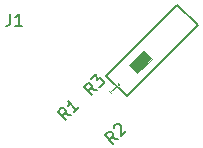
<source format=gto>
G04 #@! TF.GenerationSoftware,KiCad,Pcbnew,5.0.2-bee76a0~70~ubuntu16.04.1*
G04 #@! TF.CreationDate,2019-02-25T14:33:45-05:00*
G04 #@! TF.ProjectId,ant1,616e7431-2e6b-4696-9361-645f70636258,rev?*
G04 #@! TF.SameCoordinates,Original*
G04 #@! TF.FileFunction,Legend,Top*
G04 #@! TF.FilePolarity,Positive*
%FSLAX46Y46*%
G04 Gerber Fmt 4.6, Leading zero omitted, Abs format (unit mm)*
G04 Created by KiCad (PCBNEW 5.0.2-bee76a0~70~ubuntu16.04.1) date Mon 25 Feb 2019 02:33:45 PM EST*
%MOMM*%
%LPD*%
G01*
G04 APERTURE LIST*
%ADD10C,0.150000*%
%ADD11C,0.050800*%
%ADD12C,0.050000*%
G04 APERTURE END LIST*
D10*
G04 #@! TO.C,AE1*
X170780560Y-71082358D02*
X176790968Y-65071950D01*
X176790968Y-65071950D02*
X178558735Y-66839717D01*
X178558735Y-66839717D02*
X172548327Y-72850125D01*
X172548327Y-72850125D02*
X170780560Y-71082358D01*
X170780560Y-71082358D02*
X170957337Y-71259134D01*
D11*
G36*
X172725104Y-70198474D02*
X173432211Y-70905581D01*
X174669648Y-69668144D01*
X173962541Y-68961037D01*
X172725104Y-70198474D01*
G37*
X172725104Y-70198474D02*
X173432211Y-70905581D01*
X174669648Y-69668144D01*
X173962541Y-68961037D01*
X172725104Y-70198474D01*
D12*
X171841221Y-71789464D02*
X171134114Y-72496571D01*
X171063403Y-72425860D02*
X171204825Y-72567282D01*
X171770510Y-71718754D02*
X171911931Y-71860175D01*
G04 #@! TO.C,J1*
D10*
X162666666Y-65852380D02*
X162666666Y-66566666D01*
X162619047Y-66709523D01*
X162523809Y-66804761D01*
X162380952Y-66852380D01*
X162285714Y-66852380D01*
X163666666Y-66852380D02*
X163095238Y-66852380D01*
X163380952Y-66852380D02*
X163380952Y-65852380D01*
X163285714Y-65995238D01*
X163190476Y-66090476D01*
X163095238Y-66138095D01*
G04 #@! TO.C,R1*
X167802030Y-74437732D02*
X167229610Y-74336717D01*
X167397969Y-74841793D02*
X166690862Y-74134687D01*
X166960236Y-73865312D01*
X167061251Y-73831641D01*
X167128595Y-73831641D01*
X167229610Y-73865312D01*
X167330625Y-73966328D01*
X167364297Y-74067343D01*
X167364297Y-74134687D01*
X167330625Y-74235702D01*
X167061251Y-74505076D01*
X168475465Y-73764297D02*
X168071404Y-74168358D01*
X168273435Y-73966328D02*
X167566328Y-73259221D01*
X167600000Y-73427580D01*
X167600000Y-73562267D01*
X167566328Y-73663282D01*
G04 #@! TO.C,R2*
X171802030Y-76437732D02*
X171229610Y-76336717D01*
X171397969Y-76841793D02*
X170690862Y-76134687D01*
X170960236Y-75865312D01*
X171061251Y-75831641D01*
X171128595Y-75831641D01*
X171229610Y-75865312D01*
X171330625Y-75966328D01*
X171364297Y-76067343D01*
X171364297Y-76134687D01*
X171330625Y-76235702D01*
X171061251Y-76505076D01*
X171431641Y-75528595D02*
X171431641Y-75461251D01*
X171465312Y-75360236D01*
X171633671Y-75191877D01*
X171734687Y-75158206D01*
X171802030Y-75158206D01*
X171903045Y-75191877D01*
X171970389Y-75259221D01*
X172037732Y-75393908D01*
X172037732Y-76202030D01*
X172475465Y-75764297D01*
G04 #@! TO.C,R3*
X170002030Y-72337732D02*
X169429610Y-72236717D01*
X169597969Y-72741793D02*
X168890862Y-72034687D01*
X169160236Y-71765312D01*
X169261251Y-71731641D01*
X169328595Y-71731641D01*
X169429610Y-71765312D01*
X169530625Y-71866328D01*
X169564297Y-71967343D01*
X169564297Y-72034687D01*
X169530625Y-72135702D01*
X169261251Y-72405076D01*
X169530625Y-71394923D02*
X169968358Y-70957190D01*
X170002030Y-71462267D01*
X170103045Y-71361251D01*
X170204061Y-71327580D01*
X170271404Y-71327580D01*
X170372419Y-71361251D01*
X170540778Y-71529610D01*
X170574450Y-71630625D01*
X170574450Y-71697969D01*
X170540778Y-71798984D01*
X170338748Y-72001015D01*
X170237732Y-72034687D01*
X170170389Y-72034687D01*
G04 #@! TD*
M02*

</source>
